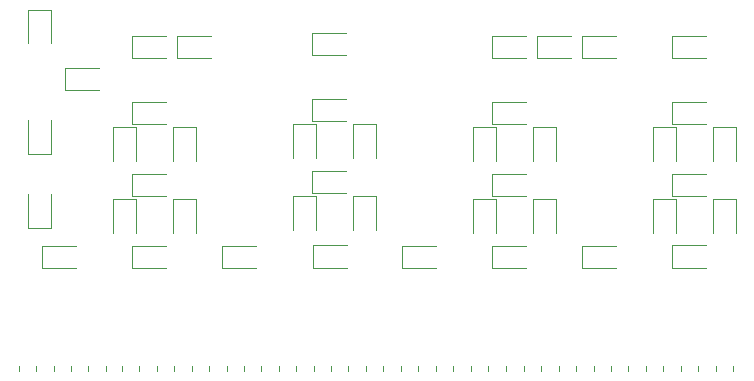
<source format=gbr>
%TF.GenerationSoftware,KiCad,Pcbnew,7.0.7*%
%TF.CreationDate,2024-02-07T23:55:39-05:00*%
%TF.ProjectId,Fluke_LCD,466c756b-655f-44c4-9344-2e6b69636164,rev?*%
%TF.SameCoordinates,Original*%
%TF.FileFunction,Legend,Top*%
%TF.FilePolarity,Positive*%
%FSLAX46Y46*%
G04 Gerber Fmt 4.6, Leading zero omitted, Abs format (unit mm)*
G04 Created by KiCad (PCBNEW 7.0.7) date 2024-02-07 23:55:39*
%MOMM*%
%LPD*%
G01*
G04 APERTURE LIST*
%ADD10C,0.120000*%
G04 APERTURE END LIST*
D10*
%TO.C,D15*%
X183840000Y-68489000D02*
X181920000Y-68489000D01*
X181920000Y-68489000D02*
X181920000Y-71349000D01*
X183840000Y-71349000D02*
X183840000Y-68489000D01*
%TO.C,D7*%
X163240000Y-72700000D02*
X163240000Y-74620000D01*
X163240000Y-74620000D02*
X166100000Y-74620000D01*
X166100000Y-72700000D02*
X163240000Y-72700000D01*
%TO.C,D41*%
X154440000Y-64935000D02*
X156360000Y-64935000D01*
X156360000Y-64935000D02*
X156360000Y-62075000D01*
X154440000Y-62075000D02*
X154440000Y-64935000D01*
%TO.C,D13*%
X178515000Y-72640000D02*
X178515000Y-74560000D01*
X178515000Y-74560000D02*
X181375000Y-74560000D01*
X181375000Y-72640000D02*
X178515000Y-72640000D01*
%TO.C,D22*%
X199080000Y-62647000D02*
X197160000Y-62647000D01*
X197160000Y-62647000D02*
X197160000Y-65507000D01*
X199080000Y-65507000D02*
X199080000Y-62647000D01*
%TO.C,R6*%
X156565000Y-83327064D02*
X156565000Y-82872936D01*
X158035000Y-83327064D02*
X158035000Y-82872936D01*
%TO.C,D3*%
X168600000Y-62656000D02*
X166680000Y-62656000D01*
X166680000Y-62656000D02*
X166680000Y-65516000D01*
X168600000Y-65516000D02*
X168600000Y-62656000D01*
%TO.C,D39*%
X163240000Y-54920000D02*
X163240000Y-56840000D01*
X163240000Y-56840000D02*
X166100000Y-56840000D01*
X166100000Y-54920000D02*
X163240000Y-54920000D01*
%TO.C,D23*%
X199080000Y-68743000D02*
X197160000Y-68743000D01*
X197160000Y-68743000D02*
X197160000Y-71603000D01*
X199080000Y-71603000D02*
X199080000Y-68743000D01*
%TO.C,R38*%
X206715000Y-83327064D02*
X206715000Y-82872936D01*
X208185000Y-83327064D02*
X208185000Y-82872936D01*
%TO.C,R34*%
X200815000Y-83327064D02*
X200815000Y-82872936D01*
X202285000Y-83327064D02*
X202285000Y-82872936D01*
%TO.C,D19*%
X193711000Y-60508000D02*
X193711000Y-62428000D01*
X193711000Y-62428000D02*
X196571000Y-62428000D01*
X196571000Y-60508000D02*
X193711000Y-60508000D01*
%TO.C,D28*%
X208951000Y-66604000D02*
X208951000Y-68524000D01*
X208951000Y-68524000D02*
X211811000Y-68524000D01*
X211811000Y-66604000D02*
X208951000Y-66604000D01*
%TO.C,D34*%
X197539000Y-54920000D02*
X197539000Y-56840000D01*
X197539000Y-56840000D02*
X200399000Y-56840000D01*
X200399000Y-54920000D02*
X197539000Y-54920000D01*
%TO.C,D44*%
X155620000Y-72700000D02*
X155620000Y-74620000D01*
X155620000Y-74620000D02*
X158480000Y-74620000D01*
X158480000Y-72700000D02*
X155620000Y-72700000D01*
%TO.C,D31*%
X214320000Y-68743000D02*
X212400000Y-68743000D01*
X212400000Y-68743000D02*
X212400000Y-71603000D01*
X214320000Y-71603000D02*
X214320000Y-68743000D01*
%TO.C,D4*%
X163240000Y-66604000D02*
X163240000Y-68524000D01*
X163240000Y-68524000D02*
X166100000Y-68524000D01*
X166100000Y-66604000D02*
X163240000Y-66604000D01*
%TO.C,D43*%
X154440000Y-71185000D02*
X156360000Y-71185000D01*
X156360000Y-71185000D02*
X156360000Y-68325000D01*
X154440000Y-68325000D02*
X154440000Y-71185000D01*
%TO.C,R40*%
X209665000Y-83327064D02*
X209665000Y-82872936D01*
X211135000Y-83327064D02*
X211135000Y-82872936D01*
%TO.C,D11*%
X178471000Y-60254000D02*
X178471000Y-62174000D01*
X178471000Y-62174000D02*
X181331000Y-62174000D01*
X181331000Y-60254000D02*
X178471000Y-60254000D01*
%TO.C,D27*%
X208951000Y-60508000D02*
X208951000Y-62428000D01*
X208951000Y-62428000D02*
X211811000Y-62428000D01*
X211811000Y-60508000D02*
X208951000Y-60508000D01*
%TO.C,D33*%
X201349000Y-54920000D02*
X201349000Y-56840000D01*
X201349000Y-56840000D02*
X204209000Y-56840000D01*
X204209000Y-54920000D02*
X201349000Y-54920000D01*
%TO.C,R18*%
X177115000Y-83327064D02*
X177115000Y-82872936D01*
X178585000Y-83327064D02*
X178585000Y-82872936D01*
%TO.C,R12*%
X168265000Y-83327064D02*
X168265000Y-82872936D01*
X169735000Y-83327064D02*
X169735000Y-82872936D01*
%TO.C,R36*%
X203765000Y-83327064D02*
X203765000Y-82872936D01*
X205235000Y-83327064D02*
X205235000Y-82872936D01*
%TO.C,D36*%
X178480000Y-54666000D02*
X178480000Y-56586000D01*
X178480000Y-56586000D02*
X181340000Y-56586000D01*
X181340000Y-54666000D02*
X178480000Y-54666000D01*
%TO.C,D9*%
X178760000Y-62393000D02*
X176840000Y-62393000D01*
X176840000Y-62393000D02*
X176840000Y-65253000D01*
X178760000Y-65253000D02*
X178760000Y-62393000D01*
%TO.C,D42*%
X157515000Y-57640000D02*
X157515000Y-59560000D01*
X157515000Y-59560000D02*
X160375000Y-59560000D01*
X160375000Y-57640000D02*
X157515000Y-57640000D01*
%TO.C,D18*%
X194000000Y-68743000D02*
X192080000Y-68743000D01*
X192080000Y-68743000D02*
X192080000Y-71603000D01*
X194000000Y-71603000D02*
X194000000Y-68743000D01*
%TO.C,R8*%
X159515000Y-83327064D02*
X159515000Y-82872936D01*
X160985000Y-83327064D02*
X160985000Y-82872936D01*
%TO.C,D6*%
X168600000Y-68752000D02*
X166680000Y-68752000D01*
X166680000Y-68752000D02*
X166680000Y-71612000D01*
X168600000Y-71612000D02*
X168600000Y-68752000D01*
%TO.C,R32*%
X197865000Y-83327064D02*
X197865000Y-82872936D01*
X199335000Y-83327064D02*
X199335000Y-82872936D01*
%TO.C,D24*%
X201340000Y-72700000D02*
X201340000Y-74620000D01*
X201340000Y-74620000D02*
X204200000Y-74620000D01*
X204200000Y-72700000D02*
X201340000Y-72700000D01*
%TO.C,D40*%
X156360000Y-52715000D02*
X154440000Y-52715000D01*
X154440000Y-52715000D02*
X154440000Y-55575000D01*
X156360000Y-55575000D02*
X156360000Y-52715000D01*
%TO.C,R1*%
X188915000Y-83327064D02*
X188915000Y-82872936D01*
X190385000Y-83327064D02*
X190385000Y-82872936D01*
%TO.C,D32*%
X208951000Y-54920000D02*
X208951000Y-56840000D01*
X208951000Y-56840000D02*
X211811000Y-56840000D01*
X211811000Y-54920000D02*
X208951000Y-54920000D01*
%TO.C,D2*%
X163240000Y-60508000D02*
X163240000Y-62428000D01*
X163240000Y-62428000D02*
X166100000Y-62428000D01*
X166100000Y-60508000D02*
X163240000Y-60508000D01*
%TO.C,R10*%
X165315000Y-83327064D02*
X165315000Y-82872936D01*
X166785000Y-83327064D02*
X166785000Y-82872936D01*
%TO.C,D35*%
X193729000Y-54920000D02*
X193729000Y-56840000D01*
X193729000Y-56840000D02*
X196589000Y-56840000D01*
X196589000Y-54920000D02*
X193729000Y-54920000D01*
%TO.C,D20*%
X193720000Y-66604000D02*
X193720000Y-68524000D01*
X193720000Y-68524000D02*
X196580000Y-68524000D01*
X196580000Y-66604000D02*
X193720000Y-66604000D01*
%TO.C,D21*%
X193720000Y-72700000D02*
X193720000Y-74620000D01*
X193720000Y-74620000D02*
X196580000Y-74620000D01*
X196580000Y-72700000D02*
X193720000Y-72700000D01*
%TO.C,R42*%
X212615000Y-83327064D02*
X212615000Y-82872936D01*
X214085000Y-83327064D02*
X214085000Y-82872936D01*
%TO.C,R28*%
X191915000Y-83327064D02*
X191915000Y-82872936D01*
X193385000Y-83327064D02*
X193385000Y-82872936D01*
%TO.C,D8*%
X170860000Y-72700000D02*
X170860000Y-74620000D01*
X170860000Y-74620000D02*
X173720000Y-74620000D01*
X173720000Y-72700000D02*
X170860000Y-72700000D01*
%TO.C,D14*%
X183840000Y-62393000D02*
X181920000Y-62393000D01*
X181920000Y-62393000D02*
X181920000Y-65253000D01*
X183840000Y-65253000D02*
X183840000Y-62393000D01*
%TO.C,D26*%
X209240000Y-68743000D02*
X207320000Y-68743000D01*
X207320000Y-68743000D02*
X207320000Y-71603000D01*
X209240000Y-71603000D02*
X209240000Y-68743000D01*
%TO.C,R20*%
X180065000Y-83327064D02*
X180065000Y-82872936D01*
X181535000Y-83327064D02*
X181535000Y-82872936D01*
%TO.C,R14*%
X171215000Y-83327064D02*
X171215000Y-82872936D01*
X172685000Y-83327064D02*
X172685000Y-82872936D01*
%TO.C,D5*%
X163520000Y-68752000D02*
X161600000Y-68752000D01*
X161600000Y-68752000D02*
X161600000Y-71612000D01*
X163520000Y-71612000D02*
X163520000Y-68752000D01*
%TO.C,R16*%
X174165000Y-83327064D02*
X174165000Y-82872936D01*
X175635000Y-83327064D02*
X175635000Y-82872936D01*
%TO.C,R22*%
X183015000Y-83327064D02*
X183015000Y-82872936D01*
X184485000Y-83327064D02*
X184485000Y-82872936D01*
%TO.C,D25*%
X209240000Y-62647000D02*
X207320000Y-62647000D01*
X207320000Y-62647000D02*
X207320000Y-65507000D01*
X209240000Y-65507000D02*
X209240000Y-62647000D01*
%TO.C,D16*%
X186100000Y-72700000D02*
X186100000Y-74620000D01*
X186100000Y-74620000D02*
X188960000Y-74620000D01*
X188960000Y-72700000D02*
X186100000Y-72700000D01*
%TO.C,D17*%
X194000000Y-62647000D02*
X192080000Y-62647000D01*
X192080000Y-62647000D02*
X192080000Y-65507000D01*
X194000000Y-65507000D02*
X194000000Y-62647000D01*
%TO.C,D30*%
X214320000Y-62647000D02*
X212400000Y-62647000D01*
X212400000Y-62647000D02*
X212400000Y-65507000D01*
X214320000Y-65507000D02*
X214320000Y-62647000D01*
%TO.C,D12*%
X178471000Y-66350000D02*
X178471000Y-68270000D01*
X178471000Y-68270000D02*
X181331000Y-68270000D01*
X181331000Y-66350000D02*
X178471000Y-66350000D01*
%TO.C,D1*%
X163520000Y-62656000D02*
X161600000Y-62656000D01*
X161600000Y-62656000D02*
X161600000Y-65516000D01*
X163520000Y-65516000D02*
X163520000Y-62656000D01*
%TO.C,R24*%
X185965000Y-83327064D02*
X185965000Y-82872936D01*
X187435000Y-83327064D02*
X187435000Y-82872936D01*
%TO.C,D38*%
X167050000Y-54920000D02*
X167050000Y-56840000D01*
X167050000Y-56840000D02*
X169910000Y-56840000D01*
X169910000Y-54920000D02*
X167050000Y-54920000D01*
%TO.C,R2*%
X162365000Y-83327064D02*
X162365000Y-82872936D01*
X163835000Y-83327064D02*
X163835000Y-82872936D01*
%TO.C,R30*%
X194915000Y-83327064D02*
X194915000Y-82872936D01*
X196385000Y-83327064D02*
X196385000Y-82872936D01*
%TO.C,D29*%
X208951000Y-72682000D02*
X208951000Y-74602000D01*
X208951000Y-74602000D02*
X211811000Y-74602000D01*
X211811000Y-72682000D02*
X208951000Y-72682000D01*
%TO.C,D10*%
X178760000Y-68498000D02*
X176840000Y-68498000D01*
X176840000Y-68498000D02*
X176840000Y-71358000D01*
X178760000Y-71358000D02*
X178760000Y-68498000D01*
%TO.C,R4*%
X153615000Y-83327064D02*
X153615000Y-82872936D01*
X155085000Y-83327064D02*
X155085000Y-82872936D01*
%TD*%
M02*

</source>
